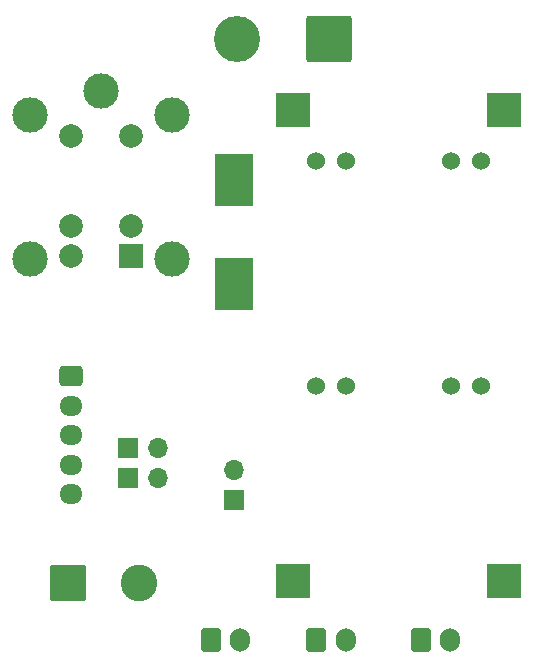
<source format=gbr>
%TF.GenerationSoftware,KiCad,Pcbnew,(6.0.10)*%
%TF.CreationDate,2023-01-27T02:26:12+09:00*%
%TF.ProjectId,rasp_power_module,72617370-5f70-46f7-9765-725f6d6f6475,2*%
%TF.SameCoordinates,PX74269e8PY6f4e628*%
%TF.FileFunction,Soldermask,Bot*%
%TF.FilePolarity,Negative*%
%FSLAX46Y46*%
G04 Gerber Fmt 4.6, Leading zero omitted, Abs format (unit mm)*
G04 Created by KiCad (PCBNEW (6.0.10)) date 2023-01-27 02:26:12*
%MOMM*%
%LPD*%
G01*
G04 APERTURE LIST*
G04 Aperture macros list*
%AMRoundRect*
0 Rectangle with rounded corners*
0 $1 Rounding radius*
0 $2 $3 $4 $5 $6 $7 $8 $9 X,Y pos of 4 corners*
0 Add a 4 corners polygon primitive as box body*
4,1,4,$2,$3,$4,$5,$6,$7,$8,$9,$2,$3,0*
0 Add four circle primitives for the rounded corners*
1,1,$1+$1,$2,$3*
1,1,$1+$1,$4,$5*
1,1,$1+$1,$6,$7*
1,1,$1+$1,$8,$9*
0 Add four rect primitives between the rounded corners*
20,1,$1+$1,$2,$3,$4,$5,0*
20,1,$1+$1,$4,$5,$6,$7,0*
20,1,$1+$1,$6,$7,$8,$9,0*
20,1,$1+$1,$8,$9,$2,$3,0*%
G04 Aperture macros list end*
%ADD10C,1.524000*%
%ADD11R,3.000000X3.000000*%
%ADD12R,1.700000X1.700000*%
%ADD13O,1.700000X1.700000*%
%ADD14RoundRect,0.249999X-1.300001X-1.300001X1.300001X-1.300001X1.300001X1.300001X-1.300001X1.300001X0*%
%ADD15C,3.100000*%
%ADD16R,3.300000X4.500000*%
%ADD17R,2.000000X2.000000*%
%ADD18C,2.000000*%
%ADD19RoundRect,0.250000X-0.600000X-0.750000X0.600000X-0.750000X0.600000X0.750000X-0.600000X0.750000X0*%
%ADD20O,1.700000X2.000000*%
%ADD21RoundRect,0.250002X1.699998X1.699998X-1.699998X1.699998X-1.699998X-1.699998X1.699998X-1.699998X0*%
%ADD22C,3.900000*%
%ADD23C,3.000000*%
%ADD24RoundRect,0.250000X-0.725000X0.600000X-0.725000X-0.600000X0.725000X-0.600000X0.725000X0.600000X0*%
%ADD25O,1.950000X1.700000*%
G04 APERTURE END LIST*
D10*
%TO.C,DCDC1*%
X28696000Y44728000D03*
X26156000Y44728000D03*
X37616000Y44728000D03*
X40156000Y44728000D03*
X26156000Y25728000D03*
X28696000Y25728000D03*
X37616000Y25728000D03*
X40156000Y25728000D03*
%TD*%
D11*
%TO.C,DCDC2*%
X42074728Y49064717D03*
X24221890Y49055988D03*
X42069444Y9216627D03*
X24231217Y9207065D03*
%TD*%
D12*
%TO.C,JP1*%
X10287000Y20447000D03*
D13*
X12827000Y20447000D03*
%TD*%
D14*
%TO.C,J5*%
X5207000Y9017000D03*
D15*
X11207000Y9017000D03*
%TD*%
D16*
%TO.C,D2*%
X19227800Y43135000D03*
X19227800Y34335000D03*
%TD*%
D12*
%TO.C,J3*%
X19227800Y16078200D03*
D13*
X19227800Y18618200D03*
%TD*%
D17*
%TO.C,K1*%
X10541000Y36703000D03*
D18*
X10541000Y39243000D03*
X10541000Y46863000D03*
X5461000Y46863000D03*
X5461000Y39243000D03*
X5461000Y36703000D03*
%TD*%
D19*
%TO.C,J7*%
X17272000Y4191000D03*
D20*
X19772000Y4191000D03*
%TD*%
D21*
%TO.C,J1*%
X27305000Y55118000D03*
D22*
X19505000Y55118000D03*
%TD*%
D19*
%TO.C,J9*%
X35052000Y4191000D03*
D20*
X37552000Y4191000D03*
%TD*%
D19*
%TO.C,J8*%
X26182000Y4191000D03*
D20*
X28682000Y4191000D03*
%TD*%
D12*
%TO.C,JP2*%
X10287000Y17907000D03*
D13*
X12827000Y17907000D03*
%TD*%
D23*
%TO.C,K2*%
X8001000Y50673000D03*
X14001000Y36473000D03*
X2001000Y36473000D03*
X2001000Y48673000D03*
X14001000Y48673000D03*
%TD*%
D24*
%TO.C,J2*%
X5461000Y26543000D03*
D25*
X5461000Y24043000D03*
X5461000Y21543000D03*
X5461000Y19043000D03*
X5461000Y16543000D03*
%TD*%
M02*

</source>
